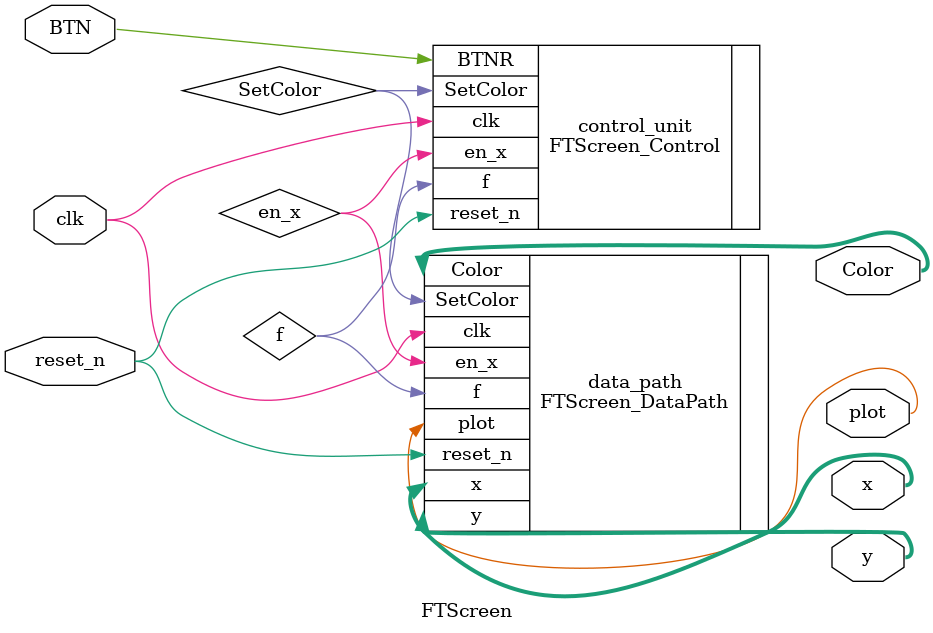
<source format=sv>
`timescale 1ns / 1ps

module FTScreen(
    input logic clk,
    input logic reset_n,
    input logic BTN,
    output logic [2:0] Color,
    output logic [7:0] x,
    output logic [6:0] y,
    output logic plot

);
    logic en_x, f,SetColor;

    FTScreen_Control control_unit (
        .clk(clk),
        .reset_n(reset_n),
        .SetColor(SetColor),
        .BTNR(BTN),
        .f(f),
        .en_x(en_x)
    );

    FTScreen_DataPath data_path (
        .clk(clk),
        .reset_n(reset_n),
        .en_x(en_x),
        .Color(Color),
        .x(x),
        .y(y),
        .f(f),
        .SetColor(SetColor),
        .plot(plot)
    );
endmodule

</source>
